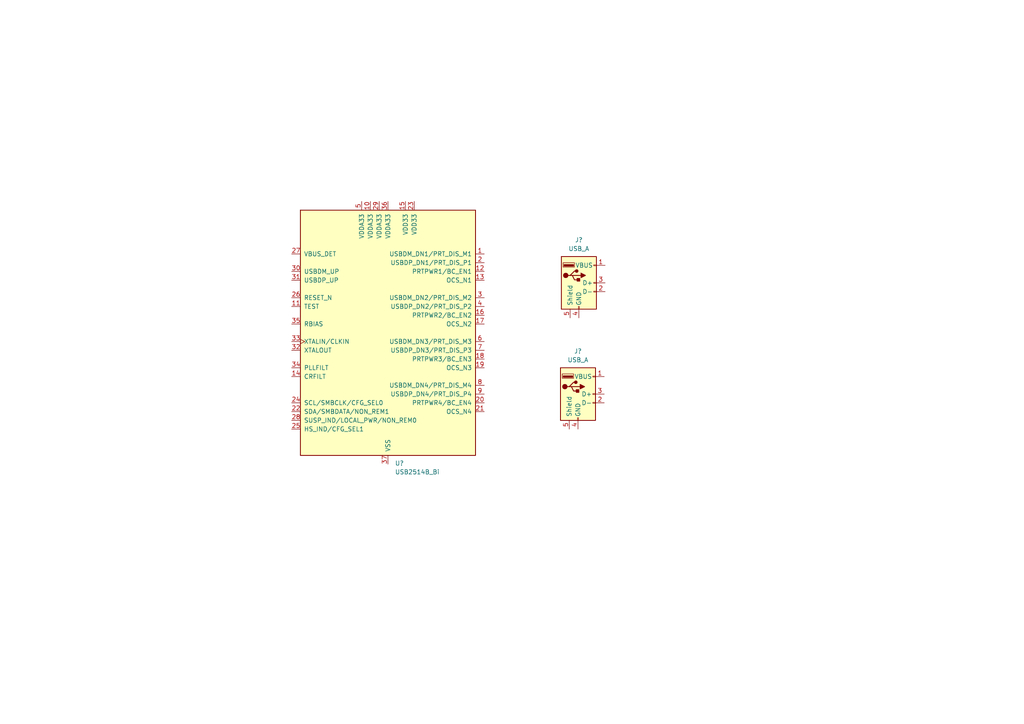
<source format=kicad_sch>
(kicad_sch (version 20211123) (generator eeschema)
  (paper "A4")
  (lib_symbols
    (symbol "Connector:USB_A" (pin_names (offset 1.016))
      (property "Reference" "J" (at -5.08 11.43 0))
      (property "Value" "USB_A" (at -5.08 8.89 0))
      (symbol "USB_A_0_1"
        (rectangle (start -5.08 -7.62) (end 5.08 7.62) (stroke (width 0.254)) (fill (type background)))
        (circle (center -3.81 2.159) (radius 0.635) (stroke (width 0.254)) (fill (type outline)))
        (rectangle (start -1.524 4.826) (end -4.318 5.334) (fill (type outline)))
        (rectangle (start -1.27 4.572) (end -4.572 5.842))
        (circle (center -0.635 3.429) (radius 0.381) (stroke (width 0.254)) (fill (type outline)))
        (rectangle (start -0.127 -7.62) (end 0.127 -6.858))
        (polyline (pts (xy -3.175 2.159) (xy -2.54 2.159) (xy -1.27 3.429) (xy -0.635 3.429)) (stroke (width 0.254)))
        (polyline (pts (xy -2.54 2.159) (xy -1.905 2.159) (xy -1.27 0.889) (xy 0 0.889)) (stroke (width 0.254)))
        (polyline (pts (xy 0.635 2.794) (xy 0.635 1.524) (xy 1.905 2.159) (xy 0.635 2.794)) (stroke (width 0.254)) (fill (type outline)))
        (rectangle (start 0.254 1.27) (end -0.508 0.508) (stroke (width 0.254)) (fill (type outline)))
        (rectangle (start 5.08 -2.667) (end 4.318 -2.413))
        (rectangle (start 5.08 -0.127) (end 4.318 0.127))
        (rectangle (start 5.08 4.953) (end 4.318 5.207))
      )
      (symbol "USB_A_1_1"
        (polyline (pts (xy -1.905 2.159) (xy 0.635 2.159)) (stroke (width 0.254)))
        (pin power_in line (at 7.62 5.08 180) (length 2.54) (name "VBUS") (number "1"))
        (pin bidirectional line (at 7.62 -2.54 180) (length 2.54) (name "D-") (number "2"))
        (pin bidirectional line (at 7.62 0 180) (length 2.54) (name "D+") (number "3"))
        (pin power_in line (at 0 -10.16 90) (length 2.54) (name "GND") (number "4"))
        (pin passive line (at -2.54 -10.16 90) (length 2.54) (name "Shield") (number "5"))
      )
    )
    (symbol "Interface_USB:USB2514B_Bi" (pin_names (offset 1.016))
      (property "Reference" "U" (at -17.78 40.64 0))
      (property "Value" "USB2514B_Bi" (at -20.32 38.1 0))
      (symbol "USB2514B_Bi_0_1"
        (rectangle (start -25.4 35.56) (end 25.4 -35.56) (stroke (width 0.254)) (fill (type background)))
      )
      (symbol "USB2514B_Bi_1_1"
        (pin bidirectional line (at 27.94 22.86 180) (length 2.54) (name "USBDM_DN1/PRT_DIS_M1") (number "1"))
        (pin power_in line (at -5.08 38.1 270) (length 2.54) (name "VDDA33") (number "10"))
        (pin input line (at -27.94 7.62 0) (length 2.54) (name "TEST") (number "11"))
        (pin bidirectional line (at 27.94 17.78 180) (length 2.54) (name "PRTPWR1/BC_EN1") (number "12"))
        (pin input line (at 27.94 15.24 180) (length 2.54) (name "OCS_N1") (number "13"))
        (pin input line (at -27.94 -12.7 0) (length 2.54) (name "CRFILT") (number "14"))
        (pin power_in line (at 5.08 38.1 270) (length 2.54) (name "VDD33") (number "15"))
        (pin bidirectional line (at 27.94 5.08 180) (length 2.54) (name "PRTPWR2/BC_EN2") (number "16"))
        (pin input line (at 27.94 2.54 180) (length 2.54) (name "OCS_N2") (number "17"))
        (pin bidirectional line (at 27.94 -7.62 180) (length 2.54) (name "PRTPWR3/BC_EN3") (number "18"))
        (pin input line (at 27.94 -10.16 180) (length 2.54) (name "OCS_N3") (number "19"))
        (pin bidirectional line (at 27.94 20.32 180) (length 2.54) (name "USBDP_DN1/PRT_DIS_P1") (number "2"))
        (pin bidirectional line (at 27.94 -20.32 180) (length 2.54) (name "PRTPWR4/BC_EN4") (number "20"))
        (pin input line (at 27.94 -22.86 180) (length 2.54) (name "OCS_N4") (number "21"))
        (pin bidirectional line (at -27.94 -22.86 0) (length 2.54) (name "SDA/SMBDATA/NON_REM1") (number "22"))
        (pin power_in line (at 7.62 38.1 270) (length 2.54) (name "VDD33") (number "23"))
        (pin bidirectional line (at -27.94 -20.32 0) (length 2.54) (name "SCL/SMBCLK/CFG_SEL0") (number "24"))
        (pin bidirectional line (at -27.94 -27.94 0) (length 2.54) (name "HS_IND/CFG_SEL1") (number "25"))
        (pin input line (at -27.94 10.16 0) (length 2.54) (name "RESET_N") (number "26"))
        (pin input line (at -27.94 22.86 0) (length 2.54) (name "VBUS_DET") (number "27"))
        (pin bidirectional line (at -27.94 -25.4 0) (length 2.54) (name "SUSP_IND/LOCAL_PWR/NON_REM0") (number "28"))
        (pin power_in line (at -2.54 38.1 270) (length 2.54) (name "VDDA33") (number "29"))
        (pin bidirectional line (at 27.94 10.16 180) (length 2.54) (name "USBDM_DN2/PRT_DIS_M2") (number "3"))
        (pin bidirectional line (at -27.94 17.78 0) (length 2.54) (name "USBDM_UP") (number "30"))
        (pin bidirectional line (at -27.94 15.24 0) (length 2.54) (name "USBDP_UP") (number "31"))
        (pin output line (at -27.94 -5.08 0) (length 2.54) (name "XTALOUT") (number "32"))
        (pin input clock (at -27.94 -2.54 0) (length 2.54) (name "XTALIN/CLKIN") (number "33"))
        (pin input line (at -27.94 -10.16 0) (length 2.54) (name "PLLFILT") (number "34"))
        (pin input line (at -27.94 2.54 0) (length 2.54) (name "RBIAS") (number "35"))
        (pin power_in line (at 0 38.1 270) (length 2.54) (name "VDDA33") (number "36"))
        (pin power_in line (at 0 -38.1 90) (length 2.54) (name "VSS") (number "37"))
        (pin bidirectional line (at 27.94 7.62 180) (length 2.54) (name "USBDP_DN2/PRT_DIS_P2") (number "4"))
        (pin power_in line (at -7.62 38.1 270) (length 2.54) (name "VDDA33") (number "5"))
        (pin bidirectional line (at 27.94 -2.54 180) (length 2.54) (name "USBDM_DN3/PRT_DIS_M3") (number "6"))
        (pin bidirectional line (at 27.94 -5.08 180) (length 2.54) (name "USBDP_DN3/PRT_DIS_P3") (number "7"))
        (pin bidirectional line (at 27.94 -15.24 180) (length 2.54) (name "USBDM_DN4/PRT_DIS_M4") (number "8"))
        (pin bidirectional line (at 27.94 -17.78 180) (length 2.54) (name "USBDP_DN4/PRT_DIS_P4") (number "9"))
      )
    )
  )
  (symbol (lib_id "Connector:USB_A") (at 167.64 114.3 0) (unit 1)
    (property "Reference" "J?" (at 167.64 101.854 0))
    (property "Value" "USB_A" (at 167.64 104.394 0))
    (property "Footprint" "Local:UE27AE54100" (effects hide))
    (property "Datasheet" " ~" (effects hide))
  )
  (symbol (lib_id "Interface_USB:USB2514B_Bi") (at 112.522 96.52 0) (unit 1)
    (property "Reference" "U?" (at 114.5414 134.366 0) (effects (justify left)))
    (property "Value" "USB2514B_Bi" (at 114.5414 136.906 0) (effects (justify left)))
    (property "Footprint" "Package_DFN_QFN:QFN-36-1EP_6x6mm_P0.5mm_EP3.7x3.7mm" (effects hide))
    (property "Datasheet" "http://ww1.microchip.com/downloads/en/DeviceDoc/00001692C.pdf" (effects hide))
    (property "Datasheet2" "https://datasheet.lcsc.com/lcsc/1809200030_Microchip-Tech-USB2514B-AEZC-TR_C16251.pdf" (effects hide))
  )
  (symbol (lib_id "Connector:USB_A") (at 167.894 82.042 0) (unit 1)
    (property "Reference" "J?" (at 167.894 69.596 0))
    (property "Value" "USB_A" (at 167.894 72.136 0))
    (property "Footprint" "Local:UE27AE54100" (effects hide))
    (property "Datasheet" " ~" (effects hide))
  )
)
</source>
